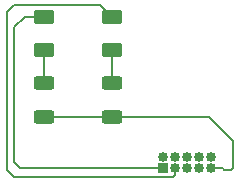
<source format=gbr>
%TF.GenerationSoftware,KiCad,Pcbnew,9.0.2-9.0.2-0~ubuntu22.04.1*%
%TF.CreationDate,2025-07-10T14:11:48-04:00*%
%TF.ProjectId,SOYCC,534f5943-432e-46b6-9963-61645f706362,rev?*%
%TF.SameCoordinates,Original*%
%TF.FileFunction,Copper,L1,Top*%
%TF.FilePolarity,Positive*%
%FSLAX46Y46*%
G04 Gerber Fmt 4.6, Leading zero omitted, Abs format (unit mm)*
G04 Created by KiCad (PCBNEW 9.0.2-9.0.2-0~ubuntu22.04.1) date 2025-07-10 14:11:48*
%MOMM*%
%LPD*%
G01*
G04 APERTURE LIST*
G04 Aperture macros list*
%AMRoundRect*
0 Rectangle with rounded corners*
0 $1 Rounding radius*
0 $2 $3 $4 $5 $6 $7 $8 $9 X,Y pos of 4 corners*
0 Add a 4 corners polygon primitive as box body*
4,1,4,$2,$3,$4,$5,$6,$7,$8,$9,$2,$3,0*
0 Add four circle primitives for the rounded corners*
1,1,$1+$1,$2,$3*
1,1,$1+$1,$4,$5*
1,1,$1+$1,$6,$7*
1,1,$1+$1,$8,$9*
0 Add four rect primitives between the rounded corners*
20,1,$1+$1,$2,$3,$4,$5,0*
20,1,$1+$1,$4,$5,$6,$7,0*
20,1,$1+$1,$6,$7,$8,$9,0*
20,1,$1+$1,$8,$9,$2,$3,0*%
G04 Aperture macros list end*
%TA.AperFunction,ComponentPad*%
%ADD10R,0.850000X0.850000*%
%TD*%
%TA.AperFunction,ComponentPad*%
%ADD11C,0.850000*%
%TD*%
%TA.AperFunction,SMDPad,CuDef*%
%ADD12RoundRect,0.250000X0.625000X-0.375000X0.625000X0.375000X-0.625000X0.375000X-0.625000X-0.375000X0*%
%TD*%
%TA.AperFunction,SMDPad,CuDef*%
%ADD13RoundRect,0.250000X-0.625000X0.312500X-0.625000X-0.312500X0.625000X-0.312500X0.625000X0.312500X0*%
%TD*%
%TA.AperFunction,Conductor*%
%ADD14C,0.200000*%
%TD*%
G04 APERTURE END LIST*
D10*
%TO.P,J1,1,Pin_1*%
%TO.N,Net-(D1-A)*%
X144685000Y-98290000D03*
D11*
%TO.P,J1,2,Pin_2*%
%TO.N,unconnected-(J1-Pin_2-Pad2)*%
X144685000Y-97290000D03*
%TO.P,J1,3,Pin_3*%
%TO.N,Net-(D2-A)*%
X145685000Y-98290000D03*
%TO.P,J1,4,Pin_4*%
%TO.N,unconnected-(J1-Pin_4-Pad4)*%
X145685000Y-97290000D03*
%TO.P,J1,5,Pin_5*%
%TO.N,unconnected-(J1-Pin_5-Pad5)*%
X146685000Y-98290000D03*
%TO.P,J1,6,Pin_6*%
%TO.N,unconnected-(J1-Pin_6-Pad6)*%
X146685000Y-97290000D03*
%TO.P,J1,7,Pin_7*%
%TO.N,unconnected-(J1-Pin_7-Pad7)*%
X147685000Y-98290000D03*
%TO.P,J1,8,Pin_8*%
%TO.N,unconnected-(J1-Pin_8-Pad8)*%
X147685000Y-97290000D03*
%TO.P,J1,9,Pin_9*%
%TO.N,Net-(J1-Pin_9)*%
X148685000Y-98290000D03*
%TO.P,J1,10,Pin_10*%
%TO.N,unconnected-(J1-Pin_10-Pad10)*%
X148685000Y-97290000D03*
%TD*%
D12*
%TO.P,D1,1,K*%
%TO.N,Net-(D1-K)*%
X134620000Y-88265000D03*
%TO.P,D1,2,A*%
%TO.N,Net-(D1-A)*%
X134620000Y-85465000D03*
%TD*%
%TO.P,D2,1,K*%
%TO.N,Net-(D2-K)*%
X140335000Y-88265000D03*
%TO.P,D2,2,A*%
%TO.N,Net-(D2-A)*%
X140335000Y-85465000D03*
%TD*%
D13*
%TO.P,R1,1*%
%TO.N,Net-(D1-K)*%
X134620000Y-91055000D03*
%TO.P,R1,2*%
%TO.N,Net-(J1-Pin_9)*%
X134620000Y-93980000D03*
%TD*%
%TO.P,R2,1*%
%TO.N,Net-(D2-K)*%
X140335000Y-91055000D03*
%TO.P,R2,2*%
%TO.N,Net-(J1-Pin_9)*%
X140335000Y-93980000D03*
%TD*%
D14*
%TO.N,Net-(D1-A)*%
X132580000Y-98290000D02*
X132080000Y-97790000D01*
X132080000Y-86360000D02*
X132975000Y-85465000D01*
X132080000Y-97790000D02*
X132080000Y-86360000D01*
X132975000Y-85465000D02*
X134620000Y-85465000D01*
X144685000Y-98290000D02*
X132580000Y-98290000D01*
%TO.N,Net-(D1-K)*%
X134620000Y-91055000D02*
X134620000Y-88265000D01*
%TO.N,Net-(D2-A)*%
X139325000Y-84455000D02*
X140335000Y-85465000D01*
X145685000Y-98891040D02*
X145516040Y-99060000D01*
X132080000Y-84455000D02*
X139325000Y-84455000D01*
X132080000Y-99060000D02*
X131445000Y-98425000D01*
X145685000Y-98290000D02*
X145685000Y-98891040D01*
X131445000Y-85090000D02*
X132080000Y-84455000D01*
X131445000Y-98425000D02*
X131445000Y-85090000D01*
X145516040Y-99060000D02*
X132080000Y-99060000D01*
%TO.N,Net-(D2-K)*%
X140335000Y-88265000D02*
X140335000Y-91055000D01*
%TO.N,Net-(J1-Pin_9)*%
X150586000Y-95976000D02*
X150586000Y-98300040D01*
X140335000Y-93980000D02*
X134620000Y-93980000D01*
X149860000Y-98425000D02*
X149725000Y-98290000D01*
X149725000Y-98290000D02*
X148685000Y-98290000D01*
X150461040Y-98425000D02*
X149860000Y-98425000D01*
X148590000Y-93980000D02*
X150586000Y-95976000D01*
X150586000Y-98300040D02*
X150461040Y-98425000D01*
X140335000Y-93980000D02*
X148590000Y-93980000D01*
%TD*%
M02*

</source>
